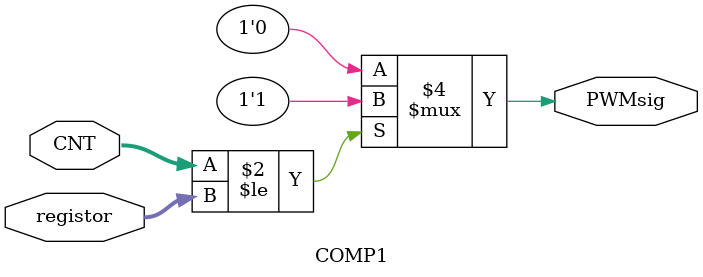
<source format=v>
module COMP1#(parameter w=16)(
input [w-1:0] registor,
input [w-1:0] CNT,
output reg PWMsig
);

always @(*)
if (CNT<=registor)
PWMsig<=1;
else 

PWMsig<=0;

endmodule 

</source>
